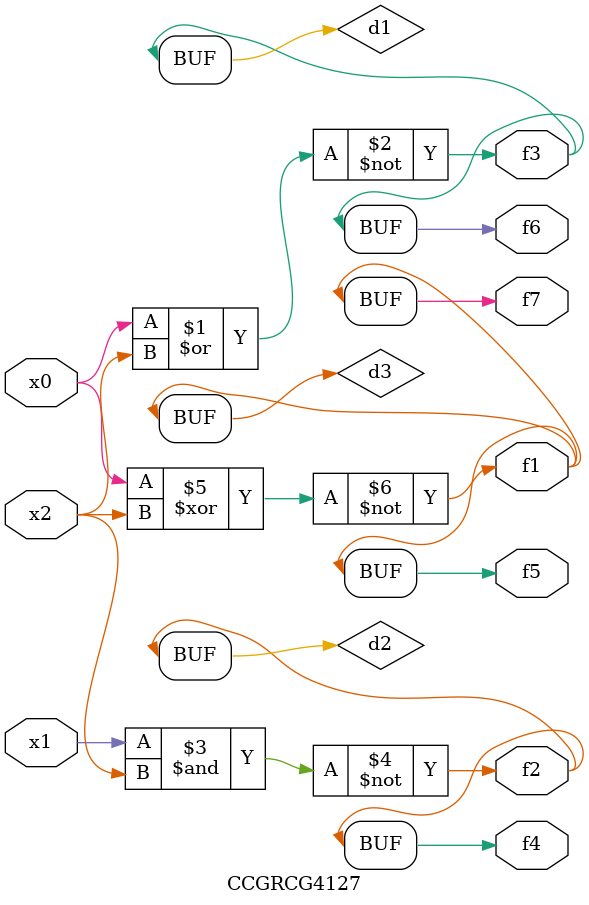
<source format=v>
module CCGRCG4127(
	input x0, x1, x2,
	output f1, f2, f3, f4, f5, f6, f7
);

	wire d1, d2, d3;

	nor (d1, x0, x2);
	nand (d2, x1, x2);
	xnor (d3, x0, x2);
	assign f1 = d3;
	assign f2 = d2;
	assign f3 = d1;
	assign f4 = d2;
	assign f5 = d3;
	assign f6 = d1;
	assign f7 = d3;
endmodule

</source>
